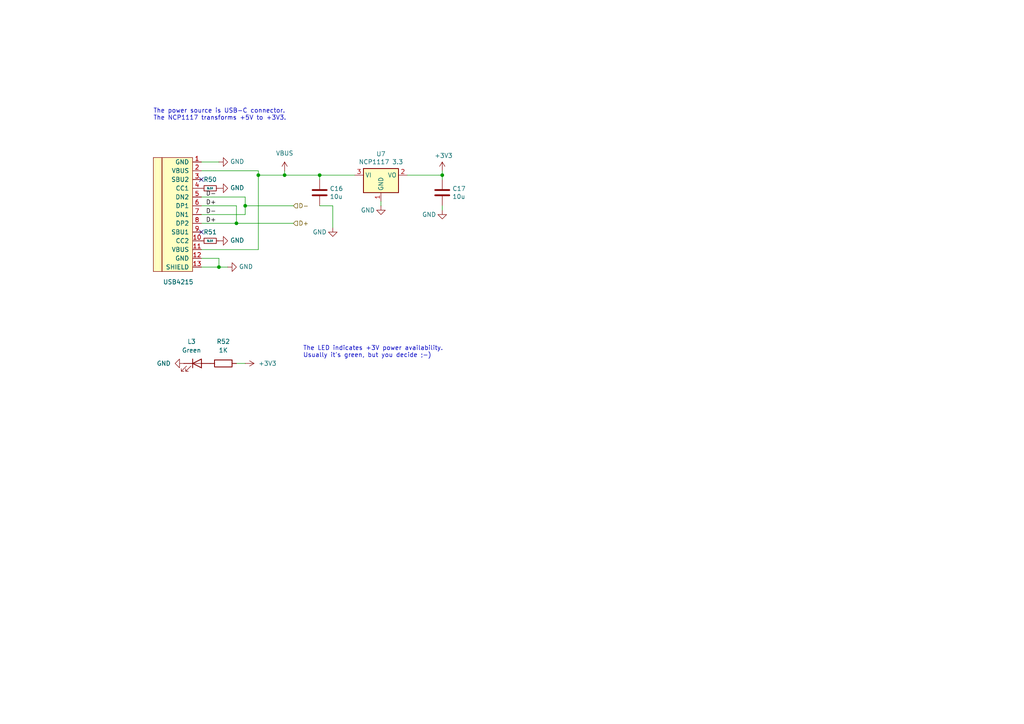
<source format=kicad_sch>
(kicad_sch (version 20250114) (generator "eeschema") (generator_version "9.0")
  (paper "A4")
  (title_block (title "TurboFRANK") (date "2025-03-03") (rev "1.03") (company "Mikhail Matveev") (comment 1 "https://github.com/xtremespb/frank"))
  (lib_symbols
    (symbol "+3V3_1" (power) (pin_numbers (hide yes)) (pin_names (offset 0) (hide yes))
      (property "Value" "+3V3" (at 0 3.556 0))
      (symbol "+3V3_1_0_1"
        (polyline (pts (xy -0.762 1.27) (xy 0 2.54)))
        (polyline (pts (xy 0 2.54) (xy 0.762 1.27)))
        (polyline (pts (xy 0 0) (xy 0 2.54)))
      )
      (symbol "+3V3_1_1_1"
        (pin power_in line (at 0 0 90) (length 0) (name "~") (number "1"))
      )
    )
    (symbol "Device:C" (pin_numbers (hide yes)) (pin_names (offset 0.254))
      (property "Reference" "C" (at 0.635 2.54 0))
      (property "Value" "C" (at 0.635 -2.54 0))
      (symbol "C_0_1"
        (polyline (pts (xy -2.032 0.762) (xy 2.032 0.762)) (stroke (width 0.508)))
        (polyline (pts (xy -2.032 -0.762) (xy 2.032 -0.762)) (stroke (width 0.508)))
      )
      (symbol "C_1_1"
        (pin passive line (at 0 3.81 270) (length 2.794) (name "~") (number "1"))
        (pin passive line (at 0 -3.81 90) (length 2.794) (name "~") (number "2"))
      )
    )
    (symbol "Device:LED" (pin_numbers (hide yes)) (pin_names (offset 1.016) (hide yes))
      (property "Reference" "D" (at 0 2.54 0))
      (property "Value" "LED" (at 0 -2.54 0))
      (symbol "LED_0_1"
        (polyline (pts (xy -3.048 -0.762) (xy -4.572 -2.286) (xy -3.81 -2.286) (xy -4.572 -2.286) (xy -4.572 -1.524)))
        (polyline (pts (xy -1.778 -0.762) (xy -3.302 -2.286) (xy -2.54 -2.286) (xy -3.302 -2.286) (xy -3.302 -1.524)))
        (polyline (pts (xy -1.27 0) (xy 1.27 0)))
        (polyline (pts (xy -1.27 -1.27) (xy -1.27 1.27)) (stroke (width 0.254)))
        (polyline (pts (xy 1.27 -1.27) (xy 1.27 1.27) (xy -1.27 0) (xy 1.27 -1.27)) (stroke (width 0.254)))
      )
      (symbol "LED_1_1"
        (pin passive line (at -3.81 0 0) (length 2.54) (name "K") (number "1"))
        (pin passive line (at 3.81 0 180) (length 2.54) (name "A") (number "2"))
      )
    )
    (symbol "Device:R" (pin_numbers (hide yes)) (pin_names (offset 0))
      (property "Reference" "R" (at 2.032 0 90))
      (property "Value" "R" (at 0 0 90))
      (symbol "R_0_1"
        (rectangle (start -1.016 -2.54) (end 1.016 2.54) (stroke (width 0.254)))
      )
      (symbol "R_1_1"
        (pin passive line (at 0 3.81 270) (length 1.27) (name "~") (number "1"))
        (pin passive line (at 0 -3.81 90) (length 1.27) (name "~") (number "2"))
      )
    )
    (symbol "Device:R_Small" (pin_numbers (hide yes)) (pin_names (offset 0.254) (hide yes))
      (property "Reference" "R" (at 0.762 0.508 0))
      (property "Value" "R_Small" (at 0.762 -1.016 0))
      (symbol "R_Small_0_1"
        (rectangle (start -0.762 1.778) (end 0.762 -1.778) (stroke (width 0.2032)))
      )
      (symbol "R_Small_1_1"
        (pin passive line (at 0 2.54 270) (length 0.762) (name "~") (number "1"))
        (pin passive line (at 0 -2.54 90) (length 0.762) (name "~") (number "2"))
      )
    )
    (symbol "FRANK:USB-C" (pin_names (offset 1.016))
      (property "Value" "USB Type C" (at 0.254 -20.828 0))
      (symbol "USB-C_0_1"
        (rectangle (start -11.43 15.24) (end -8.89 -17.78) (fill (type background)))
        (rectangle (start 0 -17.78) (end -8.89 15.24) (fill (type background)))
      )
      (symbol "USB-C_1_1"
        (pin input line (at 2.54 13.97 180) (length 2.54) (name "GND") (number "1"))
        (pin input line (at 2.54 11.43 180) (length 2.54) (name "VBUS") (number "2"))
        (pin input line (at 2.54 8.89 180) (length 2.54) (name "SBU2") (number "3"))
        (pin input line (at 2.54 6.35 180) (length 2.54) (name "CC1") (number "4"))
        (pin input line (at 2.54 3.81 180) (length 2.54) (name "DN2") (number "5"))
        (pin input line (at 2.54 1.27 180) (length 2.54) (name "DP1") (number "6"))
        (pin input line (at 2.54 -1.27 180) (length 2.54) (name "DN1") (number "7"))
        (pin input line (at 2.54 -3.81 180) (length 2.54) (name "DP2") (number "8"))
        (pin input line (at 2.54 -6.35 180) (length 2.54) (name "SBU1") (number "9"))
        (pin input line (at 2.54 -8.89 180) (length 2.54) (name "CC2") (number "10"))
        (pin input line (at 2.54 -11.43 180) (length 2.54) (name "VBUS") (number "11"))
        (pin input line (at 2.54 -13.97 180) (length 2.54) (name "GND") (number "12"))
        (pin input line (at 2.54 -16.51 180) (length 2.54) (name "SHIELD") (number "13"))
      )
    )
    (symbol "GND_1" (power) (pin_numbers (hide yes)) (pin_names (offset 0) (hide yes))
      (property "Value" "GND" (at 0 -3.81 0))
      (symbol "GND_1_0_1"
        (polyline (pts (xy 0 0) (xy 0 -1.27) (xy 1.27 -1.27) (xy 0 -2.54) (xy -1.27 -1.27) (xy 0 -1.27)))
      )
      (symbol "GND_1_1_1"
        (pin power_in line (at 0 0 270) (length 0) (name "~") (number "1"))
      )
    )
    (symbol "GND_2" (power) (pin_numbers (hide yes)) (pin_names (offset 0) (hide yes))
      (property "Value" "GND" (at 0 -3.81 0))
      (symbol "GND_2_0_1"
        (polyline (pts (xy 0 0) (xy 0 -1.27) (xy 1.27 -1.27) (xy 0 -2.54) (xy -1.27 -1.27) (xy 0 -1.27)))
      )
      (symbol "GND_2_1_1"
        (pin power_in line (at 0 0 270) (length 0) (name "~") (number "1"))
      )
    )
    (symbol "GND_3" (power) (pin_numbers (hide yes)) (pin_names (offset 0) (hide yes))
      (property "Value" "GND" (at 0 -3.81 0))
      (symbol "GND_3_0_1"
        (polyline (pts (xy 0 0) (xy 0 -1.27) (xy 1.27 -1.27) (xy 0 -2.54) (xy -1.27 -1.27) (xy 0 -1.27)))
      )
      (symbol "GND_3_1_1"
        (pin power_in line (at 0 0 270) (length 0) (name "~") (number "1"))
      )
    )
    (symbol "GND_4" (power) (pin_numbers (hide yes)) (pin_names (offset 0) (hide yes))
      (property "Value" "GND" (at 0 -3.81 0))
      (symbol "GND_4_0_1"
        (polyline (pts (xy 0 0) (xy 0 -1.27) (xy 1.27 -1.27) (xy 0 -2.54) (xy -1.27 -1.27) (xy 0 -1.27)))
      )
      (symbol "GND_4_1_1"
        (pin power_in line (at 0 0 270) (length 0) (name "~") (number "1"))
      )
    )
    (symbol "GND_5" (power) (pin_numbers (hide yes)) (pin_names (offset 0) (hide yes))
      (property "Value" "GND" (at 0 -3.81 0))
      (symbol "GND_5_0_1"
        (polyline (pts (xy 0 0) (xy 0 -1.27) (xy 1.27 -1.27) (xy 0 -2.54) (xy -1.27 -1.27) (xy 0 -1.27)))
      )
      (symbol "GND_5_1_1"
        (pin power_in line (at 0 0 270) (length 0) (name "~") (number "1"))
      )
    )
    (symbol "GND_6" (power) (pin_numbers (hide yes)) (pin_names (offset 0) (hide yes))
      (property "Value" "GND" (at 0 -3.81 0))
      (symbol "GND_6_0_1"
        (polyline (pts (xy 0 0) (xy 0 -1.27) (xy 1.27 -1.27) (xy 0 -2.54) (xy -1.27 -1.27) (xy 0 -1.27)))
      )
      (symbol "GND_6_1_1"
        (pin power_in line (at 0 0 270) (length 0) (name "~") (number "1"))
      )
    )
    (symbol "GND_7" (power) (pin_numbers (hide yes)) (pin_names (offset 0) (hide yes))
      (property "Value" "GND" (at 0 -3.81 0))
      (symbol "GND_7_0_1"
        (polyline (pts (xy 0 0) (xy 0 -1.27) (xy 1.27 -1.27) (xy 0 -2.54) (xy -1.27 -1.27) (xy 0 -1.27)))
      )
      (symbol "GND_7_1_1"
        (pin power_in line (at 0 0 270) (length 0) (name "~") (number "1"))
      )
    )
    (symbol "Regulator_Linear:NCP1117-3.3_SOT223"
      (property "Reference" "U" (at -3.81 3.175 0))
      (property "Value" "NCP1117-3.3_SOT223" (at 0 3.175 0))
      (symbol "NCP1117-3.3_SOT223_0_1"
        (rectangle (start -5.08 -5.08) (end 5.08 1.905) (stroke (width 0.254)) (fill (type background)))
      )
      (symbol "NCP1117-3.3_SOT223_1_1"
        (pin power_in line (at -7.62 0 0) (length 2.54) (name "VI") (number "3"))
        (pin power_in line (at 0 -7.62 90) (length 2.54) (name "GND") (number "1"))
        (pin power_out line (at 7.62 0 180) (length 2.54) (name "VO") (number "2"))
      )
    )
    (symbol "power:+3V3" (power) (pin_numbers (hide yes)) (pin_names (offset 0) (hide yes))
      (property "Value" "+3V3" (at 0 3.556 0))
      (symbol "+3V3_0_1"
        (polyline (pts (xy -0.762 1.27) (xy 0 2.54)))
        (polyline (pts (xy 0 2.54) (xy 0.762 1.27)))
        (polyline (pts (xy 0 0) (xy 0 2.54)))
      )
      (symbol "+3V3_1_1"
        (pin power_in line (at 0 0 90) (length 0) (name "~") (number "1"))
      )
    )
    (symbol "power:GND" (power) (pin_numbers (hide yes)) (pin_names (offset 0) (hide yes))
      (property "Value" "GND" (at 0 -3.81 0))
      (symbol "GND_0_1"
        (polyline (pts (xy 0 0) (xy 0 -1.27) (xy 1.27 -1.27) (xy 0 -2.54) (xy -1.27 -1.27) (xy 0 -1.27)))
      )
      (symbol "GND_1_1"
        (pin power_in line (at 0 0 270) (length 0) (name "~") (number "1"))
      )
    )
    (symbol "power:VBUS" (power) (pin_numbers (hide yes)) (pin_names (offset 0) (hide yes))
      (property "Value" "VBUS" (at 0 3.556 0))
      (symbol "VBUS_0_1"
        (polyline (pts (xy -0.762 1.27) (xy 0 2.54)))
        (polyline (pts (xy 0 2.54) (xy 0.762 1.27)))
        (polyline (pts (xy 0 0) (xy 0 2.54)))
      )
      (symbol "VBUS_1_1"
        (pin power_in line (at 0 0 90) (length 0) (name "~") (number "1"))
      )
    )
  )
  (text "The LED indicates +3V power availability.\nUsually it's green, but you decide ;-)" (at 87.884 102.108 0) (effects (font (size 1.27 1.27)) (justify left)))
  (text "The power source is USB-C connector.\nThe NCP1117 transforms +5V to +3V3." (at 44.45 33.274 0) (effects (font (size 1.27 1.27)) (justify left)))
  (junction (at 74.93 50.8))
  (junction (at 68.58 64.77))
  (junction (at 82.55 50.8))
  (junction (at 92.71 50.8))
  (junction (at 63.5 77.47))
  (junction (at 128.27 50.8))
  (junction (at 71.12 59.69))
  (no_connect (at 58.42 67.31))
  (no_connect (at 58.42 52.07))
  (wire (pts (xy 58.42 49.53) (xy 74.93 49.53)))
  (wire (pts (xy 58.42 59.69) (xy 68.58 59.69)))
  (wire (pts (xy 82.55 50.8) (xy 92.71 50.8)))
  (wire (pts (xy 102.87 50.8) (xy 92.71 50.8)))
  (wire (pts (xy 128.27 50.8) (xy 128.27 49.53)))
  (wire (pts (xy 63.5 77.47) (xy 66.04 77.47)))
  (wire (pts (xy 82.55 49.53) (xy 82.55 50.8)))
  (wire (pts (xy 63.5 74.93) (xy 63.5 77.47)))
  (wire (pts (xy 74.93 72.39) (xy 58.42 72.39)))
  (wire (pts (xy 92.71 52.07) (xy 92.71 50.8)))
  (wire (pts (xy 128.27 52.07) (xy 128.27 50.8)))
  (wire (pts (xy 96.52 59.69) (xy 92.71 59.69)))
  (wire (pts (xy 118.11 50.8) (xy 128.27 50.8)))
  (wire (pts (xy 58.42 57.15) (xy 71.12 57.15)))
  (wire (pts (xy 58.42 62.23) (xy 71.12 62.23)))
  (wire (pts (xy 71.12 59.69) (xy 85.09 59.69)))
  (wire (pts (xy 74.93 50.8) (xy 74.93 72.39)))
  (wire (pts (xy 74.93 49.53) (xy 74.93 50.8)))
  (wire (pts (xy 71.12 59.69) (xy 71.12 62.23)))
  (wire (pts (xy 58.42 46.99) (xy 63.5 46.99)))
  (wire (pts (xy 128.27 59.69) (xy 128.27 60.96)))
  (wire (pts (xy 58.42 77.47) (xy 63.5 77.47)))
  (wire (pts (xy 58.42 64.77) (xy 68.58 64.77)))
  (wire (pts (xy 96.52 59.69) (xy 96.52 66.04)))
  (wire (pts (xy 58.42 74.93) (xy 63.5 74.93)))
  (wire (pts (xy 71.12 57.15) (xy 71.12 59.69)))
  (wire (pts (xy 68.58 105.41) (xy 71.12 105.41)))
  (wire (pts (xy 74.93 50.8) (xy 82.55 50.8)))
  (wire (pts (xy 110.49 58.42) (xy 110.49 59.69)))
  (wire (pts (xy 68.58 64.77) (xy 85.09 64.77)))
  (wire (pts (xy 68.58 59.69) (xy 68.58 64.77)))
  (label "D-" (at 59.69 62.23 0))
  (label "D+" (at 59.69 64.77 0))
  (label "D-" (at 59.69 57.15 0))
  (label "D+" (at 59.69 59.69 0))
  (hierarchical_label "D-" (shape input) (at 85.09 59.69 0))
  (hierarchical_label "D+" (shape input) (at 85.09 64.77 0))
  (symbol (lib_name "GND_3") (lib_id "power:GND") (at 96.52 66.04 0) (unit 1)
    (property "Reference" "#PWR042" (effects (hide yes)))
    (property "Value" "GND" (at 92.71 67.31 0))
    (property "Description" "Power symbol creates a global label with name \"GND\" , ground" (effects (hide yes)))
  )
  (symbol (lib_id "power:VBUS") (at 82.55 49.53 0) (unit 1)
    (property "Reference" "#PWR037" (effects (hide yes)))
    (property "Value" "VBUS" (at 82.55 44.45 0))
    (property "Description" "Power symbol creates a global label with name \"VBUS\"" (effects (hide yes)))
  )
  (symbol (lib_name "GND_5") (lib_id "power:GND") (at 63.5 69.85 90) (unit 1)
    (property "Reference" "#PWR043" (effects (hide yes)))
    (property "Value" "GND" (at 66.7512 69.723 90) (effects (justify right)))
    (property "Description" "Power symbol creates a global label with name \"GND\" , ground" (effects (hide yes)))
  )
  (symbol (lib_name "GND_2") (lib_id "power:GND") (at 53.34 105.41 270) (unit 1)
    (property "Reference" "#PWR045" (effects (hide yes)))
    (property "Value" "GND" (at 49.53 105.4099 90) (effects (justify right)))
    (property "Description" "Power symbol creates a global label with name \"GND\" , ground" (effects (hide yes)))
  )
  (symbol (lib_id "Device:LED") (at 57.15 105.41 0) (unit 1)
    (property "Reference" "L3" (at 55.5625 99.06 0))
    (property "Value" "Green" (at 55.5625 101.6 0))
    (property "Footprint" "FRANK:LED (0805)" (effects (hide yes)))
    (property "Description" "Light emitting diode" (effects (hide yes)))
    (property "AliExpress" "https://www.aliexpress.com/item/1005005975741298.html" (effects (hide yes)))
    (property "Sim.Pins" "1=K 2=A" (effects (hide yes)))
  )
  (symbol (lib_id "Regulator_Linear:NCP1117-3.3_SOT223") (at 110.49 50.8 0) (unit 1)
    (property "Reference" "U7" (at 110.49 44.6532 0))
    (property "Value" "NCP1117 3.3" (at 110.49 46.9646 0))
    (property "Footprint" "FRANK:SOT-223" (effects (hide yes)))
    (property "Datasheet" "http://www.onsemi.com/pub_link/Collateral/NCP1117-D.PDF" (effects (hide yes)))
    (property "AliExpress" "https://www.aliexpress.com/item/1005005802338707.html" (effects (hide yes)))
  )
  (symbol (lib_id "Device:C") (at 128.27 55.88 0) (unit 1)
    (property "Reference" "C17" (at 131.191 54.7116 0) (effects (justify left)))
    (property "Value" "10u" (at 131.191 57.023 0) (effects (justify left)))
    (property "Footprint" "FRANK:Capacitor (0805)" (effects (hide yes)))
    (property "Datasheet" "https://eu.mouser.com/datasheet/2/40/KGM_X7R-3223212.pdf" (effects (hide yes)))
    (property "AliExpress" "https://www.aliexpress.com/item/33008008276.html" (effects (hide yes)))
  )
  (symbol (lib_id "FRANK:USB-C") (at 55.88 60.96 0) (unit 1)
    (property "Reference" "USB1" (effects (hide yes)))
    (property "Value" "USB4215" (at 56.134 81.788 0) (effects (justify right)))
    (property "Footprint" "FRANK:USB Type C" (effects (hide yes)))
    (property "Datasheet" "https://eu.mouser.com/datasheet/2/837/usb4215-3472997.pdf" (effects (hide yes)))
    (property "LCSC" "C165948" (effects (hide yes)))
    (property "AliExpress" "https://www.aliexpress.com/item/1005005500797563.html" (effects (hide yes)))
  )
  (symbol (lib_id "Device:C") (at 92.71 55.88 0) (unit 1)
    (property "Reference" "C16" (at 95.631 54.7116 0) (effects (justify left)))
    (property "Value" "10u" (at 95.631 57.023 0) (effects (justify left)))
    (property "Footprint" "FRANK:Capacitor (0805)" (effects (hide yes)))
    (property "Datasheet" "https://eu.mouser.com/datasheet/2/40/KGM_X7R-3223212.pdf" (effects (hide yes)))
    (property "AliExpress" "https://www.aliexpress.com/item/33008008276.html" (effects (hide yes)))
  )
  (symbol (lib_id "Device:R") (at 64.77 105.41 90) (unit 1)
    (property "Reference" "R52" (at 64.77 99.06 90))
    (property "Value" "1K" (at 64.77 101.6 90))
    (property "Footprint" "FRANK:Resistor (0805)" (effects (hide yes)))
    (property "Datasheet" "https://www.vishay.com/docs/28952/mcs0402at-mct0603at-mcu0805at-mca1206at.pdf" (effects (hide yes)))
    (property "Description" "Resistor" (effects (hide yes)))
    (property "AliExpress" "https://www.aliexpress.com/item/1005005945735199.html" (effects (hide yes)))
  )
  (symbol (lib_id "Device:R_Small") (at 60.96 69.85 270) (unit 1)
    (property "Reference" "R51" (at 60.96 67.31 90))
    (property "Value" "5.1K" (at 60.96 69.85 90) (effects (font (size 0.508 0.508))))
    (property "Footprint" "FRANK:Resistor (0805)" (effects (hide yes)))
    (property "Datasheet" "https://www.vishay.com/docs/28952/mcs0402at-mct0603at-mcu0805at-mca1206at.pdf" (effects (hide yes)))
    (property "LCSC" " " (effects (hide yes)))
    (property "AliExpress" "https://www.aliexpress.com/item/1005005945735199.html" (effects (hide yes)))
  )
  (symbol (lib_name "GND_6") (lib_id "power:GND") (at 63.5 54.61 90) (unit 1)
    (property "Reference" "#PWR039" (effects (hide yes)))
    (property "Value" "GND" (at 66.7512 54.483 90) (effects (justify right)))
    (property "Description" "Power symbol creates a global label with name \"GND\" , ground" (effects (hide yes)))
  )
  (symbol (lib_name "GND_1") (lib_id "power:GND") (at 128.27 60.96 0) (unit 1)
    (property "Reference" "#PWR041" (effects (hide yes)))
    (property "Value" "GND" (at 124.46 62.23 0))
    (property "Description" "Power symbol creates a global label with name \"GND\" , ground" (effects (hide yes)))
  )
  (symbol (lib_id "power:+3V3") (at 128.27 49.53 0) (unit 1)
    (property "Reference" "#PWR038" (effects (hide yes)))
    (property "Value" "+3V3" (at 128.651 45.1358 0))
    (property "Description" "Power symbol creates a global label with name \"+3V3\"" (effects (hide yes)))
  )
  (symbol (lib_id "Device:R_Small") (at 60.96 54.61 270) (unit 1)
    (property "Reference" "R50" (at 60.96 52.07 90))
    (property "Value" "5.1K" (at 60.96 54.61 90) (effects (font (size 0.508 0.508))))
    (property "Footprint" "FRANK:Resistor (0805)" (effects (hide yes)))
    (property "Datasheet" "https://www.vishay.com/docs/28952/mcs0402at-mct0603at-mcu0805at-mca1206at.pdf" (effects (hide yes)))
    (property "LCSC" " " (effects (hide yes)))
    (property "AliExpress" "https://www.aliexpress.com/item/1005005945735199.html" (effects (hide yes)))
  )
  (symbol (lib_id "power:GND") (at 63.5 46.99 90) (unit 1)
    (property "Reference" "#PWR036" (effects (hide yes)))
    (property "Value" "GND" (at 66.7512 46.863 90) (effects (justify right)))
    (property "Description" "Power symbol creates a global label with name \"GND\" , ground" (effects (hide yes)))
  )
  (symbol (lib_name "GND_7") (lib_id "power:GND") (at 66.04 77.47 90) (unit 1)
    (property "Reference" "#PWR044" (effects (hide yes)))
    (property "Value" "GND" (at 69.2912 77.343 90) (effects (justify right)))
    (property "Description" "Power symbol creates a global label with name \"GND\" , ground" (effects (hide yes)))
  )
  (symbol (lib_name "+3V3_1") (lib_id "power:+3V3") (at 71.12 105.41 270) (unit 1)
    (property "Reference" "#PWR046" (effects (hide yes)))
    (property "Value" "+3V3" (at 74.93 105.4099 90) (effects (justify left)))
    (property "Description" "Power symbol creates a global label with name \"+3V3\"" (effects (hide yes)))
  )
  (symbol (lib_name "GND_4") (lib_id "power:GND") (at 110.49 59.69 0) (unit 1)
    (property "Reference" "#PWR040" (effects (hide yes)))
    (property "Value" "GND" (at 106.68 60.96 0))
    (property "Description" "Power symbol creates a global label with name \"GND\" , ground" (effects (hide yes)))
  )
)
</source>
